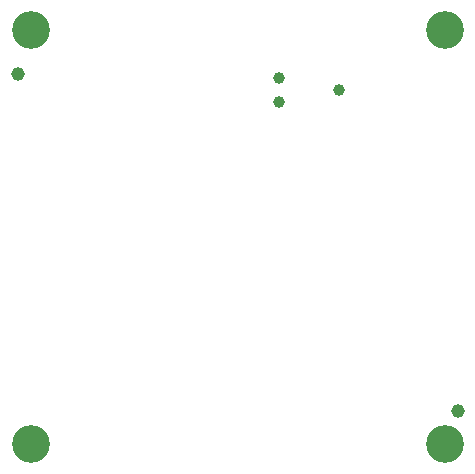
<source format=gbr>
%TF.GenerationSoftware,Altium Limited,Altium Designer,25.0.2 (28)*%
G04 Layer_Color=255*
%FSLAX45Y45*%
%MOMM*%
%TF.SameCoordinates,C223F9BF-7E24-4A28-B258-71FBB46568CF*%
%TF.FilePolarity,Positive*%
%TF.FileFunction,Pads,Bot*%
%TF.Part,Single*%
G01*
G75*
%TA.AperFunction,ViaPad*%
%ADD49C,1.15200*%
%ADD50C,3.20000*%
%TA.AperFunction,ComponentPad*%
%ADD51C,0.99100*%
D49*
X12610000Y5780000D02*
D03*
X8890000Y8630000D02*
D03*
D50*
X9000000Y9000000D02*
D03*
Y5500000D02*
D03*
X12500000Y9000000D02*
D03*
Y5500000D02*
D03*
D51*
X11608000Y8498400D02*
D03*
X11100000Y8600000D02*
D03*
Y8396800D02*
D03*
%TF.MD5,b89a030be143561abde0d065a826c538*%
M02*

</source>
